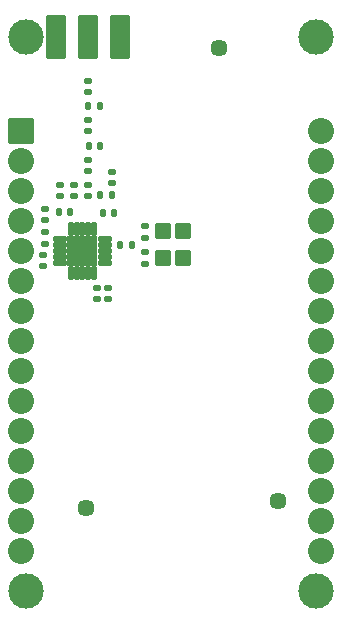
<source format=gts>
G04 #@! TF.GenerationSoftware,KiCad,Pcbnew,6.0.2+dfsg-1*
G04 #@! TF.CreationDate,2024-02-25T21:37:04-08:00*
G04 #@! TF.ProjectId,cchat,63636861-742e-46b6-9963-61645f706362,rev?*
G04 #@! TF.SameCoordinates,Original*
G04 #@! TF.FileFunction,Soldermask,Top*
G04 #@! TF.FilePolarity,Negative*
%FSLAX46Y46*%
G04 Gerber Fmt 4.6, Leading zero omitted, Abs format (unit mm)*
G04 Created by KiCad (PCBNEW 6.0.2+dfsg-1) date 2024-02-25 21:37:04*
%MOMM*%
%LPD*%
G01*
G04 APERTURE LIST*
G04 Aperture macros list*
%AMRoundRect*
0 Rectangle with rounded corners*
0 $1 Rounding radius*
0 $2 $3 $4 $5 $6 $7 $8 $9 X,Y pos of 4 corners*
0 Add a 4 corners polygon primitive as box body*
4,1,4,$2,$3,$4,$5,$6,$7,$8,$9,$2,$3,0*
0 Add four circle primitives for the rounded corners*
1,1,$1+$1,$2,$3*
1,1,$1+$1,$4,$5*
1,1,$1+$1,$6,$7*
1,1,$1+$1,$8,$9*
0 Add four rect primitives between the rounded corners*
20,1,$1+$1,$2,$3,$4,$5,0*
20,1,$1+$1,$4,$5,$6,$7,0*
20,1,$1+$1,$6,$7,$8,$9,0*
20,1,$1+$1,$8,$9,$2,$3,0*%
G04 Aperture macros list end*
%ADD10C,1.448000*%
%ADD11RoundRect,0.140000X-0.140000X-0.170000X0.140000X-0.170000X0.140000X0.170000X-0.140000X0.170000X0*%
%ADD12RoundRect,0.147500X0.172500X-0.147500X0.172500X0.147500X-0.172500X0.147500X-0.172500X-0.147500X0*%
%ADD13RoundRect,0.140000X-0.170000X0.140000X-0.170000X-0.140000X0.170000X-0.140000X0.170000X0.140000X0*%
%ADD14C,3.000000*%
%ADD15RoundRect,0.102000X-1.000000X-1.000000X1.000000X-1.000000X1.000000X1.000000X-1.000000X1.000000X0*%
%ADD16C,2.204000*%
%ADD17RoundRect,0.135000X-0.185000X0.135000X-0.185000X-0.135000X0.185000X-0.135000X0.185000X0.135000X0*%
%ADD18RoundRect,0.140000X0.170000X-0.140000X0.170000X0.140000X-0.170000X0.140000X-0.170000X-0.140000X0*%
%ADD19RoundRect,0.102000X0.555000X0.605000X-0.555000X0.605000X-0.555000X-0.605000X0.555000X-0.605000X0*%
%ADD20RoundRect,0.147500X-0.147500X-0.172500X0.147500X-0.172500X0.147500X0.172500X-0.147500X0.172500X0*%
%ADD21RoundRect,0.109800X0.122200X-0.512200X0.122200X0.512200X-0.122200X0.512200X-0.122200X-0.512200X0*%
%ADD22RoundRect,0.109800X0.512200X0.122200X-0.512200X0.122200X-0.512200X-0.122200X0.512200X-0.122200X0*%
%ADD23RoundRect,0.102000X1.200000X-1.200000X1.200000X1.200000X-1.200000X1.200000X-1.200000X-1.200000X0*%
%ADD24RoundRect,0.102000X-0.750000X1.750000X-0.750000X-1.750000X0.750000X-1.750000X0.750000X1.750000X0*%
%ADD25RoundRect,0.140000X0.140000X0.170000X-0.140000X0.170000X-0.140000X-0.170000X0.140000X-0.170000X0*%
G04 APERTURE END LIST*
D10*
X136000000Y-117300000D03*
X119700000Y-117900000D03*
D11*
X122620000Y-95600000D03*
X123580000Y-95600000D03*
D12*
X119900000Y-89385000D03*
X119900000Y-88415000D03*
D11*
X119900000Y-83800000D03*
X120860000Y-83800000D03*
D13*
X117500000Y-90520000D03*
X117500000Y-91480000D03*
D14*
X114635000Y-77990000D03*
X139145000Y-124940000D03*
X114635000Y-124940000D03*
X139145000Y-77990000D03*
D15*
X114215000Y-85950000D03*
D16*
X114215000Y-88490000D03*
X114215000Y-91030000D03*
X114215000Y-93570000D03*
X114215000Y-96110000D03*
X114215000Y-98650000D03*
X114215000Y-101190000D03*
X114215000Y-103730000D03*
X114215000Y-106270000D03*
X114215000Y-108810000D03*
X114215000Y-111350000D03*
X114215000Y-113890000D03*
X114215000Y-116430000D03*
X114215000Y-118970000D03*
X114215000Y-121510000D03*
X139615000Y-121510000D03*
X139615000Y-118970000D03*
X139615000Y-116430000D03*
X139615000Y-113890000D03*
X139615000Y-111350000D03*
X139615000Y-108810000D03*
X139615000Y-106270000D03*
X139615000Y-103730000D03*
X139615000Y-101190000D03*
X139615000Y-98650000D03*
X139615000Y-96110000D03*
X139615000Y-93570000D03*
X139615000Y-91030000D03*
X139615000Y-88490000D03*
X139615000Y-85950000D03*
D17*
X116200000Y-94490000D03*
X116200000Y-95510000D03*
D18*
X121900000Y-90380000D03*
X121900000Y-89420000D03*
D11*
X121120000Y-92900000D03*
X122080000Y-92900000D03*
D19*
X127950000Y-96750000D03*
X127950000Y-94450000D03*
X126250000Y-94450000D03*
X126250000Y-96750000D03*
D18*
X116200000Y-93480000D03*
X116200000Y-92520000D03*
X121600000Y-100200000D03*
X121600000Y-99240000D03*
D20*
X120915000Y-91400000D03*
X121885000Y-91400000D03*
D18*
X124700000Y-97180000D03*
X124700000Y-96220000D03*
X119900000Y-82680000D03*
X119900000Y-81720000D03*
D12*
X119900000Y-86000000D03*
X119900000Y-85030000D03*
D21*
X118400000Y-97970000D03*
X118900000Y-97970000D03*
X119400000Y-97970000D03*
X119900000Y-97970000D03*
X120400000Y-97970000D03*
D22*
X121270000Y-97100000D03*
X121270000Y-96600000D03*
X121270000Y-96100000D03*
X121270000Y-95600000D03*
X121270000Y-95100000D03*
D21*
X120400000Y-94230000D03*
X119900000Y-94230000D03*
X119400000Y-94230000D03*
X118900000Y-94230000D03*
X118400000Y-94230000D03*
D22*
X117530000Y-95100000D03*
X117530000Y-95600000D03*
X117530000Y-96100000D03*
X117530000Y-96600000D03*
X117530000Y-97100000D03*
D23*
X119400000Y-96100000D03*
D13*
X116100000Y-96420000D03*
X116100000Y-97380000D03*
D18*
X119900000Y-91480000D03*
X119900000Y-90520000D03*
D12*
X118700000Y-91485000D03*
X118700000Y-90515000D03*
D13*
X120600000Y-99220000D03*
X120600000Y-100180000D03*
D24*
X119900000Y-77972500D03*
X122600000Y-77972500D03*
X117200000Y-77972500D03*
D11*
X119920000Y-87200000D03*
X120880000Y-87200000D03*
D25*
X118380000Y-92800000D03*
X117420000Y-92800000D03*
D10*
X131000000Y-78900000D03*
D18*
X124700000Y-94980000D03*
X124700000Y-94020000D03*
M02*

</source>
